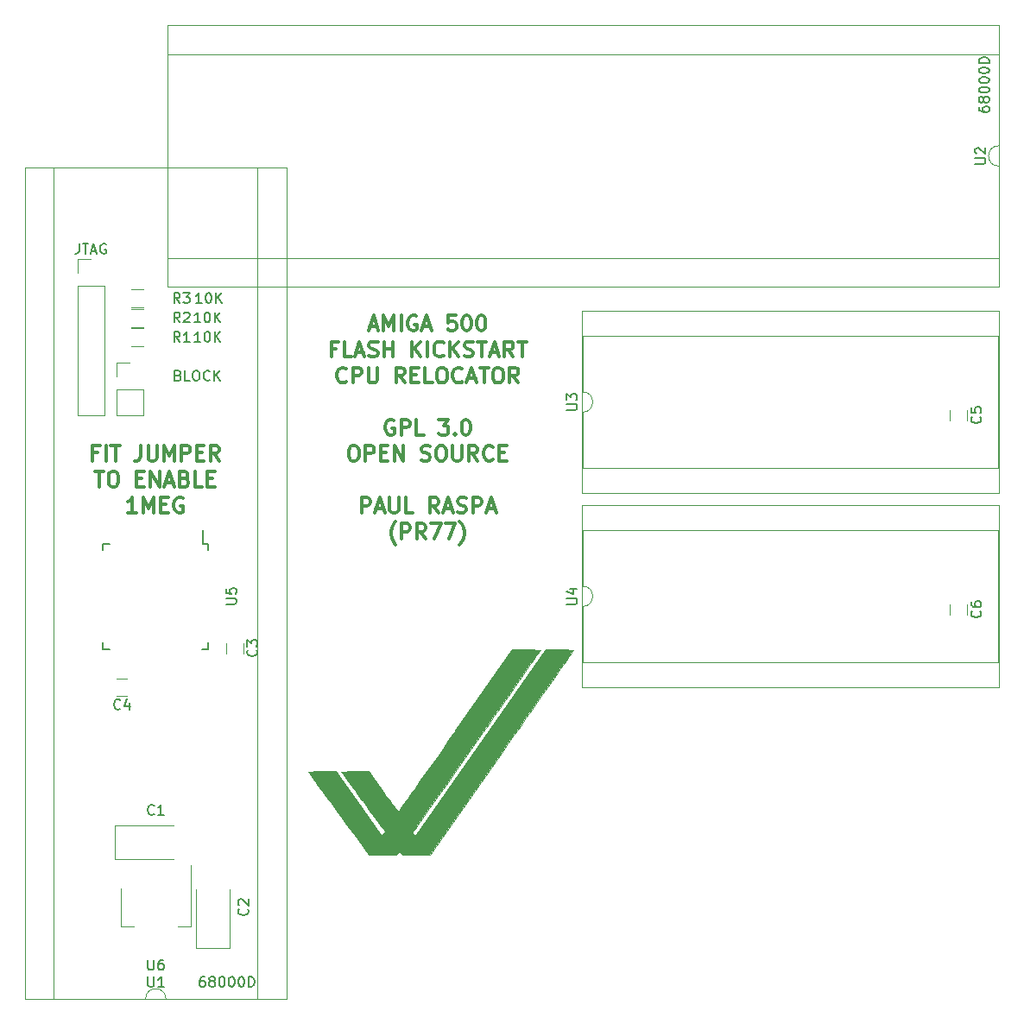
<source format=gto>
G04 #@! TF.GenerationSoftware,KiCad,Pcbnew,5.1.6+dfsg1-1*
G04 #@! TF.CreationDate,2020-12-28T17:31:15+00:00*
G04 #@! TF.ProjectId,68000 Relocator FLASH Kickstart_Manual Route_DIP_Power Plan Split,36383030-3020-4526-956c-6f6361746f72,v1.0*
G04 #@! TF.SameCoordinates,Original*
G04 #@! TF.FileFunction,Legend,Top*
G04 #@! TF.FilePolarity,Positive*
%FSLAX46Y46*%
G04 Gerber Fmt 4.6, Leading zero omitted, Abs format (unit mm)*
G04 Created by KiCad (PCBNEW 5.1.6+dfsg1-1) date 2020-12-28 17:31:15*
%MOMM*%
%LPD*%
G01*
G04 APERTURE LIST*
%ADD10C,0.300000*%
%ADD11C,0.120000*%
%ADD12C,0.150000*%
%ADD13C,0.010000*%
G04 APERTURE END LIST*
D10*
X110653428Y-100466857D02*
X110153428Y-100466857D01*
X110153428Y-101252571D02*
X110153428Y-99752571D01*
X110867714Y-99752571D01*
X111439142Y-101252571D02*
X111439142Y-99752571D01*
X111939142Y-99752571D02*
X112796285Y-99752571D01*
X112367714Y-101252571D02*
X112367714Y-99752571D01*
X114867714Y-99752571D02*
X114867714Y-100824000D01*
X114796285Y-101038285D01*
X114653428Y-101181142D01*
X114439142Y-101252571D01*
X114296285Y-101252571D01*
X115582000Y-99752571D02*
X115582000Y-100966857D01*
X115653428Y-101109714D01*
X115724857Y-101181142D01*
X115867714Y-101252571D01*
X116153428Y-101252571D01*
X116296285Y-101181142D01*
X116367714Y-101109714D01*
X116439142Y-100966857D01*
X116439142Y-99752571D01*
X117153428Y-101252571D02*
X117153428Y-99752571D01*
X117653428Y-100824000D01*
X118153428Y-99752571D01*
X118153428Y-101252571D01*
X118867714Y-101252571D02*
X118867714Y-99752571D01*
X119439142Y-99752571D01*
X119582000Y-99824000D01*
X119653428Y-99895428D01*
X119724857Y-100038285D01*
X119724857Y-100252571D01*
X119653428Y-100395428D01*
X119582000Y-100466857D01*
X119439142Y-100538285D01*
X118867714Y-100538285D01*
X120367714Y-100466857D02*
X120867714Y-100466857D01*
X121082000Y-101252571D02*
X120367714Y-101252571D01*
X120367714Y-99752571D01*
X121082000Y-99752571D01*
X122582000Y-101252571D02*
X122082000Y-100538285D01*
X121724857Y-101252571D02*
X121724857Y-99752571D01*
X122296285Y-99752571D01*
X122439142Y-99824000D01*
X122510571Y-99895428D01*
X122582000Y-100038285D01*
X122582000Y-100252571D01*
X122510571Y-100395428D01*
X122439142Y-100466857D01*
X122296285Y-100538285D01*
X121724857Y-100538285D01*
X110403428Y-102302571D02*
X111260571Y-102302571D01*
X110832000Y-103802571D02*
X110832000Y-102302571D01*
X112046285Y-102302571D02*
X112332000Y-102302571D01*
X112474857Y-102374000D01*
X112617714Y-102516857D01*
X112689142Y-102802571D01*
X112689142Y-103302571D01*
X112617714Y-103588285D01*
X112474857Y-103731142D01*
X112332000Y-103802571D01*
X112046285Y-103802571D01*
X111903428Y-103731142D01*
X111760571Y-103588285D01*
X111689142Y-103302571D01*
X111689142Y-102802571D01*
X111760571Y-102516857D01*
X111903428Y-102374000D01*
X112046285Y-102302571D01*
X114474857Y-103016857D02*
X114974857Y-103016857D01*
X115189142Y-103802571D02*
X114474857Y-103802571D01*
X114474857Y-102302571D01*
X115189142Y-102302571D01*
X115832000Y-103802571D02*
X115832000Y-102302571D01*
X116689142Y-103802571D01*
X116689142Y-102302571D01*
X117332000Y-103374000D02*
X118046285Y-103374000D01*
X117189142Y-103802571D02*
X117689142Y-102302571D01*
X118189142Y-103802571D01*
X119189142Y-103016857D02*
X119403428Y-103088285D01*
X119474857Y-103159714D01*
X119546285Y-103302571D01*
X119546285Y-103516857D01*
X119474857Y-103659714D01*
X119403428Y-103731142D01*
X119260571Y-103802571D01*
X118689142Y-103802571D01*
X118689142Y-102302571D01*
X119189142Y-102302571D01*
X119332000Y-102374000D01*
X119403428Y-102445428D01*
X119474857Y-102588285D01*
X119474857Y-102731142D01*
X119403428Y-102874000D01*
X119332000Y-102945428D01*
X119189142Y-103016857D01*
X118689142Y-103016857D01*
X120903428Y-103802571D02*
X120189142Y-103802571D01*
X120189142Y-102302571D01*
X121403428Y-103016857D02*
X121903428Y-103016857D01*
X122117714Y-103802571D02*
X121403428Y-103802571D01*
X121403428Y-102302571D01*
X122117714Y-102302571D01*
X114474857Y-106352571D02*
X113617714Y-106352571D01*
X114046285Y-106352571D02*
X114046285Y-104852571D01*
X113903428Y-105066857D01*
X113760571Y-105209714D01*
X113617714Y-105281142D01*
X115117714Y-106352571D02*
X115117714Y-104852571D01*
X115617714Y-105924000D01*
X116117714Y-104852571D01*
X116117714Y-106352571D01*
X116832000Y-105566857D02*
X117332000Y-105566857D01*
X117546285Y-106352571D02*
X116832000Y-106352571D01*
X116832000Y-104852571D01*
X117546285Y-104852571D01*
X118974857Y-104924000D02*
X118832000Y-104852571D01*
X118617714Y-104852571D01*
X118403428Y-104924000D01*
X118260571Y-105066857D01*
X118189142Y-105209714D01*
X118117714Y-105495428D01*
X118117714Y-105709714D01*
X118189142Y-105995428D01*
X118260571Y-106138285D01*
X118403428Y-106281142D01*
X118617714Y-106352571D01*
X118760571Y-106352571D01*
X118974857Y-106281142D01*
X119046285Y-106209714D01*
X119046285Y-105709714D01*
X118760571Y-105709714D01*
X137323428Y-88094000D02*
X138037714Y-88094000D01*
X137180571Y-88522571D02*
X137680571Y-87022571D01*
X138180571Y-88522571D01*
X138680571Y-88522571D02*
X138680571Y-87022571D01*
X139180571Y-88094000D01*
X139680571Y-87022571D01*
X139680571Y-88522571D01*
X140394857Y-88522571D02*
X140394857Y-87022571D01*
X141894857Y-87094000D02*
X141752000Y-87022571D01*
X141537714Y-87022571D01*
X141323428Y-87094000D01*
X141180571Y-87236857D01*
X141109142Y-87379714D01*
X141037714Y-87665428D01*
X141037714Y-87879714D01*
X141109142Y-88165428D01*
X141180571Y-88308285D01*
X141323428Y-88451142D01*
X141537714Y-88522571D01*
X141680571Y-88522571D01*
X141894857Y-88451142D01*
X141966285Y-88379714D01*
X141966285Y-87879714D01*
X141680571Y-87879714D01*
X142537714Y-88094000D02*
X143252000Y-88094000D01*
X142394857Y-88522571D02*
X142894857Y-87022571D01*
X143394857Y-88522571D01*
X145752000Y-87022571D02*
X145037714Y-87022571D01*
X144966285Y-87736857D01*
X145037714Y-87665428D01*
X145180571Y-87594000D01*
X145537714Y-87594000D01*
X145680571Y-87665428D01*
X145752000Y-87736857D01*
X145823428Y-87879714D01*
X145823428Y-88236857D01*
X145752000Y-88379714D01*
X145680571Y-88451142D01*
X145537714Y-88522571D01*
X145180571Y-88522571D01*
X145037714Y-88451142D01*
X144966285Y-88379714D01*
X146752000Y-87022571D02*
X146894857Y-87022571D01*
X147037714Y-87094000D01*
X147109142Y-87165428D01*
X147180571Y-87308285D01*
X147252000Y-87594000D01*
X147252000Y-87951142D01*
X147180571Y-88236857D01*
X147109142Y-88379714D01*
X147037714Y-88451142D01*
X146894857Y-88522571D01*
X146752000Y-88522571D01*
X146609142Y-88451142D01*
X146537714Y-88379714D01*
X146466285Y-88236857D01*
X146394857Y-87951142D01*
X146394857Y-87594000D01*
X146466285Y-87308285D01*
X146537714Y-87165428D01*
X146609142Y-87094000D01*
X146752000Y-87022571D01*
X148180571Y-87022571D02*
X148323428Y-87022571D01*
X148466285Y-87094000D01*
X148537714Y-87165428D01*
X148609142Y-87308285D01*
X148680571Y-87594000D01*
X148680571Y-87951142D01*
X148609142Y-88236857D01*
X148537714Y-88379714D01*
X148466285Y-88451142D01*
X148323428Y-88522571D01*
X148180571Y-88522571D01*
X148037714Y-88451142D01*
X147966285Y-88379714D01*
X147894857Y-88236857D01*
X147823428Y-87951142D01*
X147823428Y-87594000D01*
X147894857Y-87308285D01*
X147966285Y-87165428D01*
X148037714Y-87094000D01*
X148180571Y-87022571D01*
X134037714Y-90286857D02*
X133537714Y-90286857D01*
X133537714Y-91072571D02*
X133537714Y-89572571D01*
X134252000Y-89572571D01*
X135537714Y-91072571D02*
X134823428Y-91072571D01*
X134823428Y-89572571D01*
X135966285Y-90644000D02*
X136680571Y-90644000D01*
X135823428Y-91072571D02*
X136323428Y-89572571D01*
X136823428Y-91072571D01*
X137252000Y-91001142D02*
X137466285Y-91072571D01*
X137823428Y-91072571D01*
X137966285Y-91001142D01*
X138037714Y-90929714D01*
X138109142Y-90786857D01*
X138109142Y-90644000D01*
X138037714Y-90501142D01*
X137966285Y-90429714D01*
X137823428Y-90358285D01*
X137537714Y-90286857D01*
X137394857Y-90215428D01*
X137323428Y-90144000D01*
X137252000Y-90001142D01*
X137252000Y-89858285D01*
X137323428Y-89715428D01*
X137394857Y-89644000D01*
X137537714Y-89572571D01*
X137894857Y-89572571D01*
X138109142Y-89644000D01*
X138752000Y-91072571D02*
X138752000Y-89572571D01*
X138752000Y-90286857D02*
X139609142Y-90286857D01*
X139609142Y-91072571D02*
X139609142Y-89572571D01*
X141466285Y-91072571D02*
X141466285Y-89572571D01*
X142323428Y-91072571D02*
X141680571Y-90215428D01*
X142323428Y-89572571D02*
X141466285Y-90429714D01*
X142966285Y-91072571D02*
X142966285Y-89572571D01*
X144537714Y-90929714D02*
X144466285Y-91001142D01*
X144252000Y-91072571D01*
X144109142Y-91072571D01*
X143894857Y-91001142D01*
X143752000Y-90858285D01*
X143680571Y-90715428D01*
X143609142Y-90429714D01*
X143609142Y-90215428D01*
X143680571Y-89929714D01*
X143752000Y-89786857D01*
X143894857Y-89644000D01*
X144109142Y-89572571D01*
X144252000Y-89572571D01*
X144466285Y-89644000D01*
X144537714Y-89715428D01*
X145180571Y-91072571D02*
X145180571Y-89572571D01*
X146037714Y-91072571D02*
X145394857Y-90215428D01*
X146037714Y-89572571D02*
X145180571Y-90429714D01*
X146609142Y-91001142D02*
X146823428Y-91072571D01*
X147180571Y-91072571D01*
X147323428Y-91001142D01*
X147394857Y-90929714D01*
X147466285Y-90786857D01*
X147466285Y-90644000D01*
X147394857Y-90501142D01*
X147323428Y-90429714D01*
X147180571Y-90358285D01*
X146894857Y-90286857D01*
X146752000Y-90215428D01*
X146680571Y-90144000D01*
X146609142Y-90001142D01*
X146609142Y-89858285D01*
X146680571Y-89715428D01*
X146752000Y-89644000D01*
X146894857Y-89572571D01*
X147252000Y-89572571D01*
X147466285Y-89644000D01*
X147894857Y-89572571D02*
X148752000Y-89572571D01*
X148323428Y-91072571D02*
X148323428Y-89572571D01*
X149180571Y-90644000D02*
X149894857Y-90644000D01*
X149037714Y-91072571D02*
X149537714Y-89572571D01*
X150037714Y-91072571D01*
X151394857Y-91072571D02*
X150894857Y-90358285D01*
X150537714Y-91072571D02*
X150537714Y-89572571D01*
X151109142Y-89572571D01*
X151252000Y-89644000D01*
X151323428Y-89715428D01*
X151394857Y-89858285D01*
X151394857Y-90072571D01*
X151323428Y-90215428D01*
X151252000Y-90286857D01*
X151109142Y-90358285D01*
X150537714Y-90358285D01*
X151823428Y-89572571D02*
X152680571Y-89572571D01*
X152252000Y-91072571D02*
X152252000Y-89572571D01*
X135037714Y-93479714D02*
X134966285Y-93551142D01*
X134752000Y-93622571D01*
X134609142Y-93622571D01*
X134394857Y-93551142D01*
X134252000Y-93408285D01*
X134180571Y-93265428D01*
X134109142Y-92979714D01*
X134109142Y-92765428D01*
X134180571Y-92479714D01*
X134252000Y-92336857D01*
X134394857Y-92194000D01*
X134609142Y-92122571D01*
X134752000Y-92122571D01*
X134966285Y-92194000D01*
X135037714Y-92265428D01*
X135680571Y-93622571D02*
X135680571Y-92122571D01*
X136252000Y-92122571D01*
X136394857Y-92194000D01*
X136466285Y-92265428D01*
X136537714Y-92408285D01*
X136537714Y-92622571D01*
X136466285Y-92765428D01*
X136394857Y-92836857D01*
X136252000Y-92908285D01*
X135680571Y-92908285D01*
X137180571Y-92122571D02*
X137180571Y-93336857D01*
X137252000Y-93479714D01*
X137323428Y-93551142D01*
X137466285Y-93622571D01*
X137752000Y-93622571D01*
X137894857Y-93551142D01*
X137966285Y-93479714D01*
X138037714Y-93336857D01*
X138037714Y-92122571D01*
X140752000Y-93622571D02*
X140252000Y-92908285D01*
X139894857Y-93622571D02*
X139894857Y-92122571D01*
X140466285Y-92122571D01*
X140609142Y-92194000D01*
X140680571Y-92265428D01*
X140752000Y-92408285D01*
X140752000Y-92622571D01*
X140680571Y-92765428D01*
X140609142Y-92836857D01*
X140466285Y-92908285D01*
X139894857Y-92908285D01*
X141394857Y-92836857D02*
X141894857Y-92836857D01*
X142109142Y-93622571D02*
X141394857Y-93622571D01*
X141394857Y-92122571D01*
X142109142Y-92122571D01*
X143466285Y-93622571D02*
X142752000Y-93622571D01*
X142752000Y-92122571D01*
X144252000Y-92122571D02*
X144537714Y-92122571D01*
X144680571Y-92194000D01*
X144823428Y-92336857D01*
X144894857Y-92622571D01*
X144894857Y-93122571D01*
X144823428Y-93408285D01*
X144680571Y-93551142D01*
X144537714Y-93622571D01*
X144252000Y-93622571D01*
X144109142Y-93551142D01*
X143966285Y-93408285D01*
X143894857Y-93122571D01*
X143894857Y-92622571D01*
X143966285Y-92336857D01*
X144109142Y-92194000D01*
X144252000Y-92122571D01*
X146394857Y-93479714D02*
X146323428Y-93551142D01*
X146109142Y-93622571D01*
X145966285Y-93622571D01*
X145752000Y-93551142D01*
X145609142Y-93408285D01*
X145537714Y-93265428D01*
X145466285Y-92979714D01*
X145466285Y-92765428D01*
X145537714Y-92479714D01*
X145609142Y-92336857D01*
X145752000Y-92194000D01*
X145966285Y-92122571D01*
X146109142Y-92122571D01*
X146323428Y-92194000D01*
X146394857Y-92265428D01*
X146966285Y-93194000D02*
X147680571Y-93194000D01*
X146823428Y-93622571D02*
X147323428Y-92122571D01*
X147823428Y-93622571D01*
X148109142Y-92122571D02*
X148966285Y-92122571D01*
X148537714Y-93622571D02*
X148537714Y-92122571D01*
X149752000Y-92122571D02*
X150037714Y-92122571D01*
X150180571Y-92194000D01*
X150323428Y-92336857D01*
X150394857Y-92622571D01*
X150394857Y-93122571D01*
X150323428Y-93408285D01*
X150180571Y-93551142D01*
X150037714Y-93622571D01*
X149752000Y-93622571D01*
X149609142Y-93551142D01*
X149466285Y-93408285D01*
X149394857Y-93122571D01*
X149394857Y-92622571D01*
X149466285Y-92336857D01*
X149609142Y-92194000D01*
X149752000Y-92122571D01*
X151894857Y-93622571D02*
X151394857Y-92908285D01*
X151037714Y-93622571D02*
X151037714Y-92122571D01*
X151609142Y-92122571D01*
X151752000Y-92194000D01*
X151823428Y-92265428D01*
X151894857Y-92408285D01*
X151894857Y-92622571D01*
X151823428Y-92765428D01*
X151752000Y-92836857D01*
X151609142Y-92908285D01*
X151037714Y-92908285D01*
X139680571Y-97294000D02*
X139537714Y-97222571D01*
X139323428Y-97222571D01*
X139109142Y-97294000D01*
X138966285Y-97436857D01*
X138894857Y-97579714D01*
X138823428Y-97865428D01*
X138823428Y-98079714D01*
X138894857Y-98365428D01*
X138966285Y-98508285D01*
X139109142Y-98651142D01*
X139323428Y-98722571D01*
X139466285Y-98722571D01*
X139680571Y-98651142D01*
X139752000Y-98579714D01*
X139752000Y-98079714D01*
X139466285Y-98079714D01*
X140394857Y-98722571D02*
X140394857Y-97222571D01*
X140966285Y-97222571D01*
X141109142Y-97294000D01*
X141180571Y-97365428D01*
X141252000Y-97508285D01*
X141252000Y-97722571D01*
X141180571Y-97865428D01*
X141109142Y-97936857D01*
X140966285Y-98008285D01*
X140394857Y-98008285D01*
X142609142Y-98722571D02*
X141894857Y-98722571D01*
X141894857Y-97222571D01*
X144109142Y-97222571D02*
X145037714Y-97222571D01*
X144537714Y-97794000D01*
X144752000Y-97794000D01*
X144894857Y-97865428D01*
X144966285Y-97936857D01*
X145037714Y-98079714D01*
X145037714Y-98436857D01*
X144966285Y-98579714D01*
X144894857Y-98651142D01*
X144752000Y-98722571D01*
X144323428Y-98722571D01*
X144180571Y-98651142D01*
X144109142Y-98579714D01*
X145680571Y-98579714D02*
X145752000Y-98651142D01*
X145680571Y-98722571D01*
X145609142Y-98651142D01*
X145680571Y-98579714D01*
X145680571Y-98722571D01*
X146680571Y-97222571D02*
X146823428Y-97222571D01*
X146966285Y-97294000D01*
X147037714Y-97365428D01*
X147109142Y-97508285D01*
X147180571Y-97794000D01*
X147180571Y-98151142D01*
X147109142Y-98436857D01*
X147037714Y-98579714D01*
X146966285Y-98651142D01*
X146823428Y-98722571D01*
X146680571Y-98722571D01*
X146537714Y-98651142D01*
X146466285Y-98579714D01*
X146394857Y-98436857D01*
X146323428Y-98151142D01*
X146323428Y-97794000D01*
X146394857Y-97508285D01*
X146466285Y-97365428D01*
X146537714Y-97294000D01*
X146680571Y-97222571D01*
X135609142Y-99772571D02*
X135894857Y-99772571D01*
X136037714Y-99844000D01*
X136180571Y-99986857D01*
X136252000Y-100272571D01*
X136252000Y-100772571D01*
X136180571Y-101058285D01*
X136037714Y-101201142D01*
X135894857Y-101272571D01*
X135609142Y-101272571D01*
X135466285Y-101201142D01*
X135323428Y-101058285D01*
X135252000Y-100772571D01*
X135252000Y-100272571D01*
X135323428Y-99986857D01*
X135466285Y-99844000D01*
X135609142Y-99772571D01*
X136894857Y-101272571D02*
X136894857Y-99772571D01*
X137466285Y-99772571D01*
X137609142Y-99844000D01*
X137680571Y-99915428D01*
X137752000Y-100058285D01*
X137752000Y-100272571D01*
X137680571Y-100415428D01*
X137609142Y-100486857D01*
X137466285Y-100558285D01*
X136894857Y-100558285D01*
X138394857Y-100486857D02*
X138894857Y-100486857D01*
X139109142Y-101272571D02*
X138394857Y-101272571D01*
X138394857Y-99772571D01*
X139109142Y-99772571D01*
X139752000Y-101272571D02*
X139752000Y-99772571D01*
X140609142Y-101272571D01*
X140609142Y-99772571D01*
X142394857Y-101201142D02*
X142609142Y-101272571D01*
X142966285Y-101272571D01*
X143109142Y-101201142D01*
X143180571Y-101129714D01*
X143252000Y-100986857D01*
X143252000Y-100844000D01*
X143180571Y-100701142D01*
X143109142Y-100629714D01*
X142966285Y-100558285D01*
X142680571Y-100486857D01*
X142537714Y-100415428D01*
X142466285Y-100344000D01*
X142394857Y-100201142D01*
X142394857Y-100058285D01*
X142466285Y-99915428D01*
X142537714Y-99844000D01*
X142680571Y-99772571D01*
X143037714Y-99772571D01*
X143252000Y-99844000D01*
X144180571Y-99772571D02*
X144466285Y-99772571D01*
X144609142Y-99844000D01*
X144752000Y-99986857D01*
X144823428Y-100272571D01*
X144823428Y-100772571D01*
X144752000Y-101058285D01*
X144609142Y-101201142D01*
X144466285Y-101272571D01*
X144180571Y-101272571D01*
X144037714Y-101201142D01*
X143894857Y-101058285D01*
X143823428Y-100772571D01*
X143823428Y-100272571D01*
X143894857Y-99986857D01*
X144037714Y-99844000D01*
X144180571Y-99772571D01*
X145466285Y-99772571D02*
X145466285Y-100986857D01*
X145537714Y-101129714D01*
X145609142Y-101201142D01*
X145752000Y-101272571D01*
X146037714Y-101272571D01*
X146180571Y-101201142D01*
X146252000Y-101129714D01*
X146323428Y-100986857D01*
X146323428Y-99772571D01*
X147894857Y-101272571D02*
X147394857Y-100558285D01*
X147037714Y-101272571D02*
X147037714Y-99772571D01*
X147609142Y-99772571D01*
X147752000Y-99844000D01*
X147823428Y-99915428D01*
X147894857Y-100058285D01*
X147894857Y-100272571D01*
X147823428Y-100415428D01*
X147752000Y-100486857D01*
X147609142Y-100558285D01*
X147037714Y-100558285D01*
X149394857Y-101129714D02*
X149323428Y-101201142D01*
X149109142Y-101272571D01*
X148966285Y-101272571D01*
X148752000Y-101201142D01*
X148609142Y-101058285D01*
X148537714Y-100915428D01*
X148466285Y-100629714D01*
X148466285Y-100415428D01*
X148537714Y-100129714D01*
X148609142Y-99986857D01*
X148752000Y-99844000D01*
X148966285Y-99772571D01*
X149109142Y-99772571D01*
X149323428Y-99844000D01*
X149394857Y-99915428D01*
X150037714Y-100486857D02*
X150537714Y-100486857D01*
X150752000Y-101272571D02*
X150037714Y-101272571D01*
X150037714Y-99772571D01*
X150752000Y-99772571D01*
X136502000Y-106372571D02*
X136502000Y-104872571D01*
X137073428Y-104872571D01*
X137216285Y-104944000D01*
X137287714Y-105015428D01*
X137359142Y-105158285D01*
X137359142Y-105372571D01*
X137287714Y-105515428D01*
X137216285Y-105586857D01*
X137073428Y-105658285D01*
X136502000Y-105658285D01*
X137930571Y-105944000D02*
X138644857Y-105944000D01*
X137787714Y-106372571D02*
X138287714Y-104872571D01*
X138787714Y-106372571D01*
X139287714Y-104872571D02*
X139287714Y-106086857D01*
X139359142Y-106229714D01*
X139430571Y-106301142D01*
X139573428Y-106372571D01*
X139859142Y-106372571D01*
X140002000Y-106301142D01*
X140073428Y-106229714D01*
X140144857Y-106086857D01*
X140144857Y-104872571D01*
X141573428Y-106372571D02*
X140859142Y-106372571D01*
X140859142Y-104872571D01*
X144073428Y-106372571D02*
X143573428Y-105658285D01*
X143216285Y-106372571D02*
X143216285Y-104872571D01*
X143787714Y-104872571D01*
X143930571Y-104944000D01*
X144002000Y-105015428D01*
X144073428Y-105158285D01*
X144073428Y-105372571D01*
X144002000Y-105515428D01*
X143930571Y-105586857D01*
X143787714Y-105658285D01*
X143216285Y-105658285D01*
X144644857Y-105944000D02*
X145359142Y-105944000D01*
X144502000Y-106372571D02*
X145002000Y-104872571D01*
X145502000Y-106372571D01*
X145930571Y-106301142D02*
X146144857Y-106372571D01*
X146502000Y-106372571D01*
X146644857Y-106301142D01*
X146716285Y-106229714D01*
X146787714Y-106086857D01*
X146787714Y-105944000D01*
X146716285Y-105801142D01*
X146644857Y-105729714D01*
X146502000Y-105658285D01*
X146216285Y-105586857D01*
X146073428Y-105515428D01*
X146002000Y-105444000D01*
X145930571Y-105301142D01*
X145930571Y-105158285D01*
X146002000Y-105015428D01*
X146073428Y-104944000D01*
X146216285Y-104872571D01*
X146573428Y-104872571D01*
X146787714Y-104944000D01*
X147430571Y-106372571D02*
X147430571Y-104872571D01*
X148002000Y-104872571D01*
X148144857Y-104944000D01*
X148216285Y-105015428D01*
X148287714Y-105158285D01*
X148287714Y-105372571D01*
X148216285Y-105515428D01*
X148144857Y-105586857D01*
X148002000Y-105658285D01*
X147430571Y-105658285D01*
X148859142Y-105944000D02*
X149573428Y-105944000D01*
X148716285Y-106372571D02*
X149216285Y-104872571D01*
X149716285Y-106372571D01*
X139859142Y-109494000D02*
X139787714Y-109422571D01*
X139644857Y-109208285D01*
X139573428Y-109065428D01*
X139502000Y-108851142D01*
X139430571Y-108494000D01*
X139430571Y-108208285D01*
X139502000Y-107851142D01*
X139573428Y-107636857D01*
X139644857Y-107494000D01*
X139787714Y-107279714D01*
X139859142Y-107208285D01*
X140430571Y-108922571D02*
X140430571Y-107422571D01*
X141002000Y-107422571D01*
X141144857Y-107494000D01*
X141216285Y-107565428D01*
X141287714Y-107708285D01*
X141287714Y-107922571D01*
X141216285Y-108065428D01*
X141144857Y-108136857D01*
X141002000Y-108208285D01*
X140430571Y-108208285D01*
X142787714Y-108922571D02*
X142287714Y-108208285D01*
X141930571Y-108922571D02*
X141930571Y-107422571D01*
X142502000Y-107422571D01*
X142644857Y-107494000D01*
X142716285Y-107565428D01*
X142787714Y-107708285D01*
X142787714Y-107922571D01*
X142716285Y-108065428D01*
X142644857Y-108136857D01*
X142502000Y-108208285D01*
X141930571Y-108208285D01*
X143287714Y-107422571D02*
X144287714Y-107422571D01*
X143644857Y-108922571D01*
X144716285Y-107422571D02*
X145716285Y-107422571D01*
X145073428Y-108922571D01*
X146144857Y-109494000D02*
X146216285Y-109422571D01*
X146359142Y-109208285D01*
X146430571Y-109065428D01*
X146502000Y-108851142D01*
X146573428Y-108494000D01*
X146573428Y-108208285D01*
X146502000Y-107851142D01*
X146430571Y-107636857D01*
X146359142Y-107494000D01*
X146216285Y-107279714D01*
X146144857Y-107208285D01*
D11*
X158182000Y-96504000D02*
X158182000Y-101964000D01*
X158182000Y-101964000D02*
X198942000Y-101964000D01*
X198942000Y-101964000D02*
X198942000Y-89044000D01*
X198942000Y-89044000D02*
X158182000Y-89044000D01*
X158182000Y-89044000D02*
X158182000Y-94504000D01*
X158122000Y-104454000D02*
X199002000Y-104454000D01*
X199002000Y-104454000D02*
X199002000Y-86554000D01*
X199002000Y-86554000D02*
X158122000Y-86554000D01*
X158122000Y-86554000D02*
X158122000Y-104454000D01*
X158182000Y-94504000D02*
G75*
G02*
X158182000Y-96504000I0J-1000000D01*
G01*
X117332000Y-154044000D02*
X126322000Y-154044000D01*
X126322000Y-154044000D02*
X126322000Y-72524000D01*
X126322000Y-72524000D02*
X106342000Y-72524000D01*
X106342000Y-72524000D02*
X106342000Y-154044000D01*
X106342000Y-154044000D02*
X115332000Y-154044000D01*
X129152000Y-154044000D02*
X129152000Y-72524000D01*
X129152000Y-72524000D02*
X103512000Y-72524000D01*
X103512000Y-72524000D02*
X103512000Y-154044000D01*
X103512000Y-154044000D02*
X129152000Y-154044000D01*
X115332000Y-154044000D02*
G75*
G02*
X117332000Y-154044000I1000000J0D01*
G01*
X199002000Y-70374000D02*
X199002000Y-61384000D01*
X199002000Y-61384000D02*
X117482000Y-61384000D01*
X117482000Y-61384000D02*
X117482000Y-81364000D01*
X117482000Y-81364000D02*
X199002000Y-81364000D01*
X199002000Y-81364000D02*
X199002000Y-72374000D01*
X199002000Y-58554000D02*
X117482000Y-58554000D01*
X117482000Y-58554000D02*
X117482000Y-84194000D01*
X117482000Y-84194000D02*
X199002000Y-84194000D01*
X199002000Y-84194000D02*
X199002000Y-58554000D01*
X199002000Y-72374000D02*
G75*
G02*
X199002000Y-70374000I0J1000000D01*
G01*
X158182000Y-115554000D02*
X158182000Y-121014000D01*
X158182000Y-121014000D02*
X198942000Y-121014000D01*
X198942000Y-121014000D02*
X198942000Y-108094000D01*
X198942000Y-108094000D02*
X158182000Y-108094000D01*
X158182000Y-108094000D02*
X158182000Y-113554000D01*
X158122000Y-123504000D02*
X199002000Y-123504000D01*
X199002000Y-123504000D02*
X199002000Y-105604000D01*
X199002000Y-105604000D02*
X158122000Y-105604000D01*
X158122000Y-105604000D02*
X158122000Y-123504000D01*
X158182000Y-113554000D02*
G75*
G02*
X158182000Y-115554000I0J-1000000D01*
G01*
X108652000Y-96834000D02*
X111312000Y-96834000D01*
X108652000Y-84074000D02*
X108652000Y-96834000D01*
X111312000Y-84074000D02*
X111312000Y-96834000D01*
X108652000Y-84074000D02*
X111312000Y-84074000D01*
X108652000Y-82804000D02*
X108652000Y-81474000D01*
X108652000Y-81474000D02*
X109982000Y-81474000D01*
X112291000Y-137034000D02*
X118091000Y-137034000D01*
X112291000Y-140334000D02*
X118091000Y-140334000D01*
X112291000Y-137034000D02*
X112291000Y-140334000D01*
X120270000Y-149084000D02*
X120270000Y-143284000D01*
X123570000Y-149084000D02*
X123570000Y-143284000D01*
X120270000Y-149084000D02*
X123570000Y-149084000D01*
X124929000Y-120134000D02*
X124929000Y-119134000D01*
X123229000Y-119134000D02*
X123229000Y-120134000D01*
X112530000Y-124294000D02*
X113530000Y-124294000D01*
X113530000Y-122594000D02*
X112530000Y-122594000D01*
X195922000Y-97274000D02*
X195922000Y-96274000D01*
X194222000Y-96274000D02*
X194222000Y-97274000D01*
X195922000Y-116324000D02*
X195922000Y-115324000D01*
X194222000Y-115324000D02*
X194222000Y-116324000D01*
X112462000Y-96834000D02*
X115122000Y-96834000D01*
X112462000Y-94234000D02*
X112462000Y-96834000D01*
X115122000Y-94234000D02*
X115122000Y-96834000D01*
X112462000Y-94234000D02*
X115122000Y-94234000D01*
X112462000Y-92964000D02*
X112462000Y-91634000D01*
X112462000Y-91634000D02*
X113792000Y-91634000D01*
X115154000Y-90034000D02*
X113954000Y-90034000D01*
X113954000Y-88274000D02*
X115154000Y-88274000D01*
X115154000Y-86224000D02*
X113954000Y-86224000D01*
X113954000Y-84464000D02*
X115154000Y-84464000D01*
X115154000Y-88129000D02*
X113954000Y-88129000D01*
X113954000Y-86369000D02*
X115154000Y-86369000D01*
D12*
X121507000Y-109379000D02*
X120932000Y-109379000D01*
X121507000Y-119729000D02*
X120832000Y-119729000D01*
X111157000Y-119729000D02*
X111832000Y-119729000D01*
X111157000Y-109379000D02*
X111832000Y-109379000D01*
X121507000Y-109379000D02*
X121507000Y-110054000D01*
X111157000Y-109379000D02*
X111157000Y-110054000D01*
X111157000Y-119729000D02*
X111157000Y-119054000D01*
X121507000Y-119729000D02*
X121507000Y-119054000D01*
X120932000Y-109379000D02*
X120932000Y-108104000D01*
D11*
X112922000Y-146944000D02*
X114182000Y-146944000D01*
X119742000Y-146944000D02*
X118482000Y-146944000D01*
X112922000Y-143184000D02*
X112922000Y-146944000D01*
X119742000Y-140934000D02*
X119742000Y-146944000D01*
D13*
G36*
X153025845Y-119787833D02*
G01*
X153349830Y-119791873D01*
X153624943Y-119798134D01*
X153838040Y-119806228D01*
X153975972Y-119815766D01*
X154025594Y-119826362D01*
X154025600Y-119826480D01*
X153996814Y-119871282D01*
X153912241Y-119995352D01*
X153774559Y-120194864D01*
X153586444Y-120465992D01*
X153350573Y-120804910D01*
X153069624Y-121207793D01*
X152746273Y-121670813D01*
X152383198Y-122190146D01*
X151983076Y-122761966D01*
X151548583Y-123382446D01*
X151082397Y-124047762D01*
X150587195Y-124754086D01*
X150065654Y-125497594D01*
X149520452Y-126274459D01*
X148954264Y-127080855D01*
X148369768Y-127912957D01*
X147778329Y-128754580D01*
X147178360Y-129608397D01*
X146594069Y-130440371D01*
X146028134Y-131246672D01*
X145483232Y-132023466D01*
X144962041Y-132766923D01*
X144467237Y-133473212D01*
X144001499Y-134138500D01*
X143567504Y-134758957D01*
X143167930Y-135330752D01*
X142805453Y-135850051D01*
X142482752Y-136313025D01*
X142202503Y-136715842D01*
X141967385Y-137054670D01*
X141780075Y-137325678D01*
X141643250Y-137525035D01*
X141559587Y-137648908D01*
X141531756Y-137693400D01*
X141562371Y-137763765D01*
X141636047Y-137867247D01*
X141644926Y-137877963D01*
X141757400Y-138011727D01*
X154558050Y-119786399D01*
X155922860Y-119786399D01*
X156336774Y-119787091D01*
X156659361Y-119789532D01*
X156900888Y-119794271D01*
X157071621Y-119801855D01*
X157181825Y-119812834D01*
X157241768Y-119827755D01*
X157261716Y-119847167D01*
X157260258Y-119857834D01*
X157228946Y-119905333D01*
X157141729Y-120032318D01*
X157001145Y-120235165D01*
X156809730Y-120510252D01*
X156570023Y-120853955D01*
X156284562Y-121262652D01*
X155955883Y-121732720D01*
X155586524Y-122260537D01*
X155179024Y-122842478D01*
X154735919Y-123474922D01*
X154259748Y-124154245D01*
X153753047Y-124876825D01*
X153218355Y-125639038D01*
X152658210Y-126437262D01*
X152075148Y-127267874D01*
X151471707Y-128127251D01*
X150850425Y-129011770D01*
X150214946Y-129916234D01*
X143197047Y-139903200D01*
X140474058Y-139903200D01*
X140335573Y-139721636D01*
X140197088Y-139540073D01*
X140073712Y-139721636D01*
X139950337Y-139903200D01*
X137219611Y-139903200D01*
X136410004Y-138798300D01*
X135735696Y-137877862D01*
X135102787Y-137013558D01*
X134512735Y-136207387D01*
X133966998Y-135461347D01*
X133467033Y-134777438D01*
X133014299Y-134157657D01*
X132610254Y-133604004D01*
X132256354Y-133118477D01*
X131954059Y-132703075D01*
X131704825Y-132359796D01*
X131510112Y-132090640D01*
X131371376Y-131897604D01*
X131290076Y-131782687D01*
X131267200Y-131747788D01*
X131315807Y-131741611D01*
X131452865Y-131736072D01*
X131665222Y-131731395D01*
X131939730Y-131727801D01*
X132263237Y-131725514D01*
X132622596Y-131724756D01*
X132626100Y-131724757D01*
X133985000Y-131725115D01*
X136241574Y-134874755D01*
X138498149Y-138024396D01*
X138639226Y-137811296D01*
X138780304Y-137598197D01*
X138611843Y-137366398D01*
X138552894Y-137285575D01*
X138439485Y-137130359D01*
X138277167Y-136908342D01*
X138071492Y-136627111D01*
X137828012Y-136294257D01*
X137552279Y-135917370D01*
X137249846Y-135504040D01*
X136926264Y-135061855D01*
X136587084Y-134598407D01*
X136480891Y-134453316D01*
X136143580Y-133992106D01*
X135824599Y-133555269D01*
X135528922Y-133149664D01*
X135261526Y-132782151D01*
X135027388Y-132459589D01*
X134831484Y-132188838D01*
X134678790Y-131976756D01*
X134574283Y-131830204D01*
X134522939Y-131756041D01*
X134518399Y-131748216D01*
X134567007Y-131741921D01*
X134704065Y-131736266D01*
X134916422Y-131731479D01*
X135190930Y-131727789D01*
X135514437Y-131725425D01*
X135873796Y-131724614D01*
X135877300Y-131724614D01*
X137236200Y-131724829D01*
X138654653Y-133705814D01*
X138938831Y-134101828D01*
X139205269Y-134471450D01*
X139448110Y-134806676D01*
X139661500Y-135099503D01*
X139839584Y-135341927D01*
X139976506Y-135525942D01*
X140066412Y-135643546D01*
X140103447Y-135686733D01*
X140103746Y-135686800D01*
X140135601Y-135645888D01*
X140222974Y-135525839D01*
X140363022Y-135330678D01*
X140552900Y-135064432D01*
X140789763Y-134731126D01*
X141070768Y-134334786D01*
X141393069Y-133879439D01*
X141753822Y-133369111D01*
X142150184Y-132807828D01*
X142579308Y-132199616D01*
X143038352Y-131548501D01*
X143524470Y-130858509D01*
X144034818Y-130133667D01*
X144566551Y-129378001D01*
X145116825Y-128595537D01*
X145682797Y-127790300D01*
X145720530Y-127736599D01*
X151306674Y-119786399D01*
X152666137Y-119786399D01*
X153025845Y-119787833D01*
G37*
X153025845Y-119787833D02*
X153349830Y-119791873D01*
X153624943Y-119798134D01*
X153838040Y-119806228D01*
X153975972Y-119815766D01*
X154025594Y-119826362D01*
X154025600Y-119826480D01*
X153996814Y-119871282D01*
X153912241Y-119995352D01*
X153774559Y-120194864D01*
X153586444Y-120465992D01*
X153350573Y-120804910D01*
X153069624Y-121207793D01*
X152746273Y-121670813D01*
X152383198Y-122190146D01*
X151983076Y-122761966D01*
X151548583Y-123382446D01*
X151082397Y-124047762D01*
X150587195Y-124754086D01*
X150065654Y-125497594D01*
X149520452Y-126274459D01*
X148954264Y-127080855D01*
X148369768Y-127912957D01*
X147778329Y-128754580D01*
X147178360Y-129608397D01*
X146594069Y-130440371D01*
X146028134Y-131246672D01*
X145483232Y-132023466D01*
X144962041Y-132766923D01*
X144467237Y-133473212D01*
X144001499Y-134138500D01*
X143567504Y-134758957D01*
X143167930Y-135330752D01*
X142805453Y-135850051D01*
X142482752Y-136313025D01*
X142202503Y-136715842D01*
X141967385Y-137054670D01*
X141780075Y-137325678D01*
X141643250Y-137525035D01*
X141559587Y-137648908D01*
X141531756Y-137693400D01*
X141562371Y-137763765D01*
X141636047Y-137867247D01*
X141644926Y-137877963D01*
X141757400Y-138011727D01*
X154558050Y-119786399D01*
X155922860Y-119786399D01*
X156336774Y-119787091D01*
X156659361Y-119789532D01*
X156900888Y-119794271D01*
X157071621Y-119801855D01*
X157181825Y-119812834D01*
X157241768Y-119827755D01*
X157261716Y-119847167D01*
X157260258Y-119857834D01*
X157228946Y-119905333D01*
X157141729Y-120032318D01*
X157001145Y-120235165D01*
X156809730Y-120510252D01*
X156570023Y-120853955D01*
X156284562Y-121262652D01*
X155955883Y-121732720D01*
X155586524Y-122260537D01*
X155179024Y-122842478D01*
X154735919Y-123474922D01*
X154259748Y-124154245D01*
X153753047Y-124876825D01*
X153218355Y-125639038D01*
X152658210Y-126437262D01*
X152075148Y-127267874D01*
X151471707Y-128127251D01*
X150850425Y-129011770D01*
X150214946Y-129916234D01*
X143197047Y-139903200D01*
X140474058Y-139903200D01*
X140335573Y-139721636D01*
X140197088Y-139540073D01*
X140073712Y-139721636D01*
X139950337Y-139903200D01*
X137219611Y-139903200D01*
X136410004Y-138798300D01*
X135735696Y-137877862D01*
X135102787Y-137013558D01*
X134512735Y-136207387D01*
X133966998Y-135461347D01*
X133467033Y-134777438D01*
X133014299Y-134157657D01*
X132610254Y-133604004D01*
X132256354Y-133118477D01*
X131954059Y-132703075D01*
X131704825Y-132359796D01*
X131510112Y-132090640D01*
X131371376Y-131897604D01*
X131290076Y-131782687D01*
X131267200Y-131747788D01*
X131315807Y-131741611D01*
X131452865Y-131736072D01*
X131665222Y-131731395D01*
X131939730Y-131727801D01*
X132263237Y-131725514D01*
X132622596Y-131724756D01*
X132626100Y-131724757D01*
X133985000Y-131725115D01*
X136241574Y-134874755D01*
X138498149Y-138024396D01*
X138639226Y-137811296D01*
X138780304Y-137598197D01*
X138611843Y-137366398D01*
X138552894Y-137285575D01*
X138439485Y-137130359D01*
X138277167Y-136908342D01*
X138071492Y-136627111D01*
X137828012Y-136294257D01*
X137552279Y-135917370D01*
X137249846Y-135504040D01*
X136926264Y-135061855D01*
X136587084Y-134598407D01*
X136480891Y-134453316D01*
X136143580Y-133992106D01*
X135824599Y-133555269D01*
X135528922Y-133149664D01*
X135261526Y-132782151D01*
X135027388Y-132459589D01*
X134831484Y-132188838D01*
X134678790Y-131976756D01*
X134574283Y-131830204D01*
X134522939Y-131756041D01*
X134518399Y-131748216D01*
X134567007Y-131741921D01*
X134704065Y-131736266D01*
X134916422Y-131731479D01*
X135190930Y-131727789D01*
X135514437Y-131725425D01*
X135873796Y-131724614D01*
X135877300Y-131724614D01*
X137236200Y-131724829D01*
X138654653Y-133705814D01*
X138938831Y-134101828D01*
X139205269Y-134471450D01*
X139448110Y-134806676D01*
X139661500Y-135099503D01*
X139839584Y-135341927D01*
X139976506Y-135525942D01*
X140066412Y-135643546D01*
X140103447Y-135686733D01*
X140103746Y-135686800D01*
X140135601Y-135645888D01*
X140222974Y-135525839D01*
X140363022Y-135330678D01*
X140552900Y-135064432D01*
X140789763Y-134731126D01*
X141070768Y-134334786D01*
X141393069Y-133879439D01*
X141753822Y-133369111D01*
X142150184Y-132807828D01*
X142579308Y-132199616D01*
X143038352Y-131548501D01*
X143524470Y-130858509D01*
X144034818Y-130133667D01*
X144566551Y-129378001D01*
X145116825Y-128595537D01*
X145682797Y-127790300D01*
X145720530Y-127736599D01*
X151306674Y-119786399D01*
X152666137Y-119786399D01*
X153025845Y-119787833D01*
D12*
X156634380Y-96265904D02*
X157443904Y-96265904D01*
X157539142Y-96218285D01*
X157586761Y-96170666D01*
X157634380Y-96075428D01*
X157634380Y-95884952D01*
X157586761Y-95789714D01*
X157539142Y-95742095D01*
X157443904Y-95694476D01*
X156634380Y-95694476D01*
X156634380Y-95313523D02*
X156634380Y-94694476D01*
X157015333Y-95027809D01*
X157015333Y-94884952D01*
X157062952Y-94789714D01*
X157110571Y-94742095D01*
X157205809Y-94694476D01*
X157443904Y-94694476D01*
X157539142Y-94742095D01*
X157586761Y-94789714D01*
X157634380Y-94884952D01*
X157634380Y-95170666D01*
X157586761Y-95265904D01*
X157539142Y-95313523D01*
X115570095Y-151852380D02*
X115570095Y-152661904D01*
X115617714Y-152757142D01*
X115665333Y-152804761D01*
X115760571Y-152852380D01*
X115951047Y-152852380D01*
X116046285Y-152804761D01*
X116093904Y-152757142D01*
X116141523Y-152661904D01*
X116141523Y-151852380D01*
X117141523Y-152852380D02*
X116570095Y-152852380D01*
X116855809Y-152852380D02*
X116855809Y-151852380D01*
X116760571Y-151995238D01*
X116665333Y-152090476D01*
X116570095Y-152138095D01*
X121102714Y-151852380D02*
X120912238Y-151852380D01*
X120817000Y-151900000D01*
X120769380Y-151947619D01*
X120674142Y-152090476D01*
X120626523Y-152280952D01*
X120626523Y-152661904D01*
X120674142Y-152757142D01*
X120721761Y-152804761D01*
X120817000Y-152852380D01*
X121007476Y-152852380D01*
X121102714Y-152804761D01*
X121150333Y-152757142D01*
X121197952Y-152661904D01*
X121197952Y-152423809D01*
X121150333Y-152328571D01*
X121102714Y-152280952D01*
X121007476Y-152233333D01*
X120817000Y-152233333D01*
X120721761Y-152280952D01*
X120674142Y-152328571D01*
X120626523Y-152423809D01*
X121769380Y-152280952D02*
X121674142Y-152233333D01*
X121626523Y-152185714D01*
X121578904Y-152090476D01*
X121578904Y-152042857D01*
X121626523Y-151947619D01*
X121674142Y-151900000D01*
X121769380Y-151852380D01*
X121959857Y-151852380D01*
X122055095Y-151900000D01*
X122102714Y-151947619D01*
X122150333Y-152042857D01*
X122150333Y-152090476D01*
X122102714Y-152185714D01*
X122055095Y-152233333D01*
X121959857Y-152280952D01*
X121769380Y-152280952D01*
X121674142Y-152328571D01*
X121626523Y-152376190D01*
X121578904Y-152471428D01*
X121578904Y-152661904D01*
X121626523Y-152757142D01*
X121674142Y-152804761D01*
X121769380Y-152852380D01*
X121959857Y-152852380D01*
X122055095Y-152804761D01*
X122102714Y-152757142D01*
X122150333Y-152661904D01*
X122150333Y-152471428D01*
X122102714Y-152376190D01*
X122055095Y-152328571D01*
X121959857Y-152280952D01*
X122769380Y-151852380D02*
X122864619Y-151852380D01*
X122959857Y-151900000D01*
X123007476Y-151947619D01*
X123055095Y-152042857D01*
X123102714Y-152233333D01*
X123102714Y-152471428D01*
X123055095Y-152661904D01*
X123007476Y-152757142D01*
X122959857Y-152804761D01*
X122864619Y-152852380D01*
X122769380Y-152852380D01*
X122674142Y-152804761D01*
X122626523Y-152757142D01*
X122578904Y-152661904D01*
X122531285Y-152471428D01*
X122531285Y-152233333D01*
X122578904Y-152042857D01*
X122626523Y-151947619D01*
X122674142Y-151900000D01*
X122769380Y-151852380D01*
X123721761Y-151852380D02*
X123817000Y-151852380D01*
X123912238Y-151900000D01*
X123959857Y-151947619D01*
X124007476Y-152042857D01*
X124055095Y-152233333D01*
X124055095Y-152471428D01*
X124007476Y-152661904D01*
X123959857Y-152757142D01*
X123912238Y-152804761D01*
X123817000Y-152852380D01*
X123721761Y-152852380D01*
X123626523Y-152804761D01*
X123578904Y-152757142D01*
X123531285Y-152661904D01*
X123483666Y-152471428D01*
X123483666Y-152233333D01*
X123531285Y-152042857D01*
X123578904Y-151947619D01*
X123626523Y-151900000D01*
X123721761Y-151852380D01*
X124674142Y-151852380D02*
X124769380Y-151852380D01*
X124864619Y-151900000D01*
X124912238Y-151947619D01*
X124959857Y-152042857D01*
X125007476Y-152233333D01*
X125007476Y-152471428D01*
X124959857Y-152661904D01*
X124912238Y-152757142D01*
X124864619Y-152804761D01*
X124769380Y-152852380D01*
X124674142Y-152852380D01*
X124578904Y-152804761D01*
X124531285Y-152757142D01*
X124483666Y-152661904D01*
X124436047Y-152471428D01*
X124436047Y-152233333D01*
X124483666Y-152042857D01*
X124531285Y-151947619D01*
X124578904Y-151900000D01*
X124674142Y-151852380D01*
X125436047Y-152852380D02*
X125436047Y-151852380D01*
X125674142Y-151852380D01*
X125817000Y-151900000D01*
X125912238Y-151995238D01*
X125959857Y-152090476D01*
X126007476Y-152280952D01*
X126007476Y-152423809D01*
X125959857Y-152614285D01*
X125912238Y-152709523D01*
X125817000Y-152804761D01*
X125674142Y-152852380D01*
X125436047Y-152852380D01*
X196683380Y-72135904D02*
X197492904Y-72135904D01*
X197588142Y-72088285D01*
X197635761Y-72040666D01*
X197683380Y-71945428D01*
X197683380Y-71754952D01*
X197635761Y-71659714D01*
X197588142Y-71612095D01*
X197492904Y-71564476D01*
X196683380Y-71564476D01*
X196778619Y-71135904D02*
X196731000Y-71088285D01*
X196683380Y-70993047D01*
X196683380Y-70754952D01*
X196731000Y-70659714D01*
X196778619Y-70612095D01*
X196873857Y-70564476D01*
X196969095Y-70564476D01*
X197111952Y-70612095D01*
X197683380Y-71183523D01*
X197683380Y-70564476D01*
X197064380Y-66603285D02*
X197064380Y-66793761D01*
X197112000Y-66889000D01*
X197159619Y-66936619D01*
X197302476Y-67031857D01*
X197492952Y-67079476D01*
X197873904Y-67079476D01*
X197969142Y-67031857D01*
X198016761Y-66984238D01*
X198064380Y-66889000D01*
X198064380Y-66698523D01*
X198016761Y-66603285D01*
X197969142Y-66555666D01*
X197873904Y-66508047D01*
X197635809Y-66508047D01*
X197540571Y-66555666D01*
X197492952Y-66603285D01*
X197445333Y-66698523D01*
X197445333Y-66889000D01*
X197492952Y-66984238D01*
X197540571Y-67031857D01*
X197635809Y-67079476D01*
X197492952Y-65936619D02*
X197445333Y-66031857D01*
X197397714Y-66079476D01*
X197302476Y-66127095D01*
X197254857Y-66127095D01*
X197159619Y-66079476D01*
X197112000Y-66031857D01*
X197064380Y-65936619D01*
X197064380Y-65746142D01*
X197112000Y-65650904D01*
X197159619Y-65603285D01*
X197254857Y-65555666D01*
X197302476Y-65555666D01*
X197397714Y-65603285D01*
X197445333Y-65650904D01*
X197492952Y-65746142D01*
X197492952Y-65936619D01*
X197540571Y-66031857D01*
X197588190Y-66079476D01*
X197683428Y-66127095D01*
X197873904Y-66127095D01*
X197969142Y-66079476D01*
X198016761Y-66031857D01*
X198064380Y-65936619D01*
X198064380Y-65746142D01*
X198016761Y-65650904D01*
X197969142Y-65603285D01*
X197873904Y-65555666D01*
X197683428Y-65555666D01*
X197588190Y-65603285D01*
X197540571Y-65650904D01*
X197492952Y-65746142D01*
X197064380Y-64936619D02*
X197064380Y-64841380D01*
X197112000Y-64746142D01*
X197159619Y-64698523D01*
X197254857Y-64650904D01*
X197445333Y-64603285D01*
X197683428Y-64603285D01*
X197873904Y-64650904D01*
X197969142Y-64698523D01*
X198016761Y-64746142D01*
X198064380Y-64841380D01*
X198064380Y-64936619D01*
X198016761Y-65031857D01*
X197969142Y-65079476D01*
X197873904Y-65127095D01*
X197683428Y-65174714D01*
X197445333Y-65174714D01*
X197254857Y-65127095D01*
X197159619Y-65079476D01*
X197112000Y-65031857D01*
X197064380Y-64936619D01*
X197064380Y-63984238D02*
X197064380Y-63889000D01*
X197112000Y-63793761D01*
X197159619Y-63746142D01*
X197254857Y-63698523D01*
X197445333Y-63650904D01*
X197683428Y-63650904D01*
X197873904Y-63698523D01*
X197969142Y-63746142D01*
X198016761Y-63793761D01*
X198064380Y-63889000D01*
X198064380Y-63984238D01*
X198016761Y-64079476D01*
X197969142Y-64127095D01*
X197873904Y-64174714D01*
X197683428Y-64222333D01*
X197445333Y-64222333D01*
X197254857Y-64174714D01*
X197159619Y-64127095D01*
X197112000Y-64079476D01*
X197064380Y-63984238D01*
X197064380Y-63031857D02*
X197064380Y-62936619D01*
X197112000Y-62841380D01*
X197159619Y-62793761D01*
X197254857Y-62746142D01*
X197445333Y-62698523D01*
X197683428Y-62698523D01*
X197873904Y-62746142D01*
X197969142Y-62793761D01*
X198016761Y-62841380D01*
X198064380Y-62936619D01*
X198064380Y-63031857D01*
X198016761Y-63127095D01*
X197969142Y-63174714D01*
X197873904Y-63222333D01*
X197683428Y-63269952D01*
X197445333Y-63269952D01*
X197254857Y-63222333D01*
X197159619Y-63174714D01*
X197112000Y-63127095D01*
X197064380Y-63031857D01*
X198064380Y-62269952D02*
X197064380Y-62269952D01*
X197064380Y-62031857D01*
X197112000Y-61889000D01*
X197207238Y-61793761D01*
X197302476Y-61746142D01*
X197492952Y-61698523D01*
X197635809Y-61698523D01*
X197826285Y-61746142D01*
X197921523Y-61793761D01*
X198016761Y-61889000D01*
X198064380Y-62031857D01*
X198064380Y-62269952D01*
X156634380Y-115315904D02*
X157443904Y-115315904D01*
X157539142Y-115268285D01*
X157586761Y-115220666D01*
X157634380Y-115125428D01*
X157634380Y-114934952D01*
X157586761Y-114839714D01*
X157539142Y-114792095D01*
X157443904Y-114744476D01*
X156634380Y-114744476D01*
X156967714Y-113839714D02*
X157634380Y-113839714D01*
X156586761Y-114077809D02*
X157301047Y-114315904D01*
X157301047Y-113696857D01*
X108815333Y-79970380D02*
X108815333Y-80684666D01*
X108767714Y-80827523D01*
X108672476Y-80922761D01*
X108529619Y-80970380D01*
X108434380Y-80970380D01*
X109148666Y-79970380D02*
X109720095Y-79970380D01*
X109434380Y-80970380D02*
X109434380Y-79970380D01*
X110005809Y-80684666D02*
X110482000Y-80684666D01*
X109910571Y-80970380D02*
X110243904Y-79970380D01*
X110577238Y-80970380D01*
X111434380Y-80018000D02*
X111339142Y-79970380D01*
X111196285Y-79970380D01*
X111053428Y-80018000D01*
X110958190Y-80113238D01*
X110910571Y-80208476D01*
X110862952Y-80398952D01*
X110862952Y-80541809D01*
X110910571Y-80732285D01*
X110958190Y-80827523D01*
X111053428Y-80922761D01*
X111196285Y-80970380D01*
X111291523Y-80970380D01*
X111434380Y-80922761D01*
X111482000Y-80875142D01*
X111482000Y-80541809D01*
X111291523Y-80541809D01*
X116174333Y-135891142D02*
X116126714Y-135938761D01*
X115983857Y-135986380D01*
X115888619Y-135986380D01*
X115745761Y-135938761D01*
X115650523Y-135843523D01*
X115602904Y-135748285D01*
X115555285Y-135557809D01*
X115555285Y-135414952D01*
X115602904Y-135224476D01*
X115650523Y-135129238D01*
X115745761Y-135034000D01*
X115888619Y-134986380D01*
X115983857Y-134986380D01*
X116126714Y-135034000D01*
X116174333Y-135081619D01*
X117126714Y-135986380D02*
X116555285Y-135986380D01*
X116841000Y-135986380D02*
X116841000Y-134986380D01*
X116745761Y-135129238D01*
X116650523Y-135224476D01*
X116555285Y-135272095D01*
X125325142Y-145200666D02*
X125372761Y-145248285D01*
X125420380Y-145391142D01*
X125420380Y-145486380D01*
X125372761Y-145629238D01*
X125277523Y-145724476D01*
X125182285Y-145772095D01*
X124991809Y-145819714D01*
X124848952Y-145819714D01*
X124658476Y-145772095D01*
X124563238Y-145724476D01*
X124468000Y-145629238D01*
X124420380Y-145486380D01*
X124420380Y-145391142D01*
X124468000Y-145248285D01*
X124515619Y-145200666D01*
X124515619Y-144819714D02*
X124468000Y-144772095D01*
X124420380Y-144676857D01*
X124420380Y-144438761D01*
X124468000Y-144343523D01*
X124515619Y-144295904D01*
X124610857Y-144248285D01*
X124706095Y-144248285D01*
X124848952Y-144295904D01*
X125420380Y-144867333D01*
X125420380Y-144248285D01*
X126186142Y-119800666D02*
X126233761Y-119848285D01*
X126281380Y-119991142D01*
X126281380Y-120086380D01*
X126233761Y-120229238D01*
X126138523Y-120324476D01*
X126043285Y-120372095D01*
X125852809Y-120419714D01*
X125709952Y-120419714D01*
X125519476Y-120372095D01*
X125424238Y-120324476D01*
X125329000Y-120229238D01*
X125281380Y-120086380D01*
X125281380Y-119991142D01*
X125329000Y-119848285D01*
X125376619Y-119800666D01*
X125281380Y-119467333D02*
X125281380Y-118848285D01*
X125662333Y-119181619D01*
X125662333Y-119038761D01*
X125709952Y-118943523D01*
X125757571Y-118895904D01*
X125852809Y-118848285D01*
X126090904Y-118848285D01*
X126186142Y-118895904D01*
X126233761Y-118943523D01*
X126281380Y-119038761D01*
X126281380Y-119324476D01*
X126233761Y-119419714D01*
X126186142Y-119467333D01*
X112863333Y-125551142D02*
X112815714Y-125598761D01*
X112672857Y-125646380D01*
X112577619Y-125646380D01*
X112434761Y-125598761D01*
X112339523Y-125503523D01*
X112291904Y-125408285D01*
X112244285Y-125217809D01*
X112244285Y-125074952D01*
X112291904Y-124884476D01*
X112339523Y-124789238D01*
X112434761Y-124694000D01*
X112577619Y-124646380D01*
X112672857Y-124646380D01*
X112815714Y-124694000D01*
X112863333Y-124741619D01*
X113720476Y-124979714D02*
X113720476Y-125646380D01*
X113482380Y-124598761D02*
X113244285Y-125313047D01*
X113863333Y-125313047D01*
X197179142Y-96940666D02*
X197226761Y-96988285D01*
X197274380Y-97131142D01*
X197274380Y-97226380D01*
X197226761Y-97369238D01*
X197131523Y-97464476D01*
X197036285Y-97512095D01*
X196845809Y-97559714D01*
X196702952Y-97559714D01*
X196512476Y-97512095D01*
X196417238Y-97464476D01*
X196322000Y-97369238D01*
X196274380Y-97226380D01*
X196274380Y-97131142D01*
X196322000Y-96988285D01*
X196369619Y-96940666D01*
X196274380Y-96035904D02*
X196274380Y-96512095D01*
X196750571Y-96559714D01*
X196702952Y-96512095D01*
X196655333Y-96416857D01*
X196655333Y-96178761D01*
X196702952Y-96083523D01*
X196750571Y-96035904D01*
X196845809Y-95988285D01*
X197083904Y-95988285D01*
X197179142Y-96035904D01*
X197226761Y-96083523D01*
X197274380Y-96178761D01*
X197274380Y-96416857D01*
X197226761Y-96512095D01*
X197179142Y-96559714D01*
X197179142Y-115990666D02*
X197226761Y-116038285D01*
X197274380Y-116181142D01*
X197274380Y-116276380D01*
X197226761Y-116419238D01*
X197131523Y-116514476D01*
X197036285Y-116562095D01*
X196845809Y-116609714D01*
X196702952Y-116609714D01*
X196512476Y-116562095D01*
X196417238Y-116514476D01*
X196322000Y-116419238D01*
X196274380Y-116276380D01*
X196274380Y-116181142D01*
X196322000Y-116038285D01*
X196369619Y-115990666D01*
X196274380Y-115133523D02*
X196274380Y-115324000D01*
X196322000Y-115419238D01*
X196369619Y-115466857D01*
X196512476Y-115562095D01*
X196702952Y-115609714D01*
X197083904Y-115609714D01*
X197179142Y-115562095D01*
X197226761Y-115514476D01*
X197274380Y-115419238D01*
X197274380Y-115228761D01*
X197226761Y-115133523D01*
X197179142Y-115085904D01*
X197083904Y-115038285D01*
X196845809Y-115038285D01*
X196750571Y-115085904D01*
X196702952Y-115133523D01*
X196655333Y-115228761D01*
X196655333Y-115419238D01*
X196702952Y-115514476D01*
X196750571Y-115562095D01*
X196845809Y-115609714D01*
X118538857Y-92892571D02*
X118681714Y-92940190D01*
X118729333Y-92987809D01*
X118776952Y-93083047D01*
X118776952Y-93225904D01*
X118729333Y-93321142D01*
X118681714Y-93368761D01*
X118586476Y-93416380D01*
X118205523Y-93416380D01*
X118205523Y-92416380D01*
X118538857Y-92416380D01*
X118634095Y-92464000D01*
X118681714Y-92511619D01*
X118729333Y-92606857D01*
X118729333Y-92702095D01*
X118681714Y-92797333D01*
X118634095Y-92844952D01*
X118538857Y-92892571D01*
X118205523Y-92892571D01*
X119681714Y-93416380D02*
X119205523Y-93416380D01*
X119205523Y-92416380D01*
X120205523Y-92416380D02*
X120396000Y-92416380D01*
X120491238Y-92464000D01*
X120586476Y-92559238D01*
X120634095Y-92749714D01*
X120634095Y-93083047D01*
X120586476Y-93273523D01*
X120491238Y-93368761D01*
X120396000Y-93416380D01*
X120205523Y-93416380D01*
X120110285Y-93368761D01*
X120015047Y-93273523D01*
X119967428Y-93083047D01*
X119967428Y-92749714D01*
X120015047Y-92559238D01*
X120110285Y-92464000D01*
X120205523Y-92416380D01*
X121634095Y-93321142D02*
X121586476Y-93368761D01*
X121443619Y-93416380D01*
X121348380Y-93416380D01*
X121205523Y-93368761D01*
X121110285Y-93273523D01*
X121062666Y-93178285D01*
X121015047Y-92987809D01*
X121015047Y-92844952D01*
X121062666Y-92654476D01*
X121110285Y-92559238D01*
X121205523Y-92464000D01*
X121348380Y-92416380D01*
X121443619Y-92416380D01*
X121586476Y-92464000D01*
X121634095Y-92511619D01*
X122062666Y-93416380D02*
X122062666Y-92416380D01*
X122634095Y-93416380D02*
X122205523Y-92844952D01*
X122634095Y-92416380D02*
X122062666Y-92987809D01*
X118705333Y-89606380D02*
X118372000Y-89130190D01*
X118133904Y-89606380D02*
X118133904Y-88606380D01*
X118514857Y-88606380D01*
X118610095Y-88654000D01*
X118657714Y-88701619D01*
X118705333Y-88796857D01*
X118705333Y-88939714D01*
X118657714Y-89034952D01*
X118610095Y-89082571D01*
X118514857Y-89130190D01*
X118133904Y-89130190D01*
X119657714Y-89606380D02*
X119086285Y-89606380D01*
X119372000Y-89606380D02*
X119372000Y-88606380D01*
X119276761Y-88749238D01*
X119181523Y-88844476D01*
X119086285Y-88892095D01*
X120721523Y-89606380D02*
X120150095Y-89606380D01*
X120435809Y-89606380D02*
X120435809Y-88606380D01*
X120340571Y-88749238D01*
X120245333Y-88844476D01*
X120150095Y-88892095D01*
X121340571Y-88606380D02*
X121435809Y-88606380D01*
X121531047Y-88654000D01*
X121578666Y-88701619D01*
X121626285Y-88796857D01*
X121673904Y-88987333D01*
X121673904Y-89225428D01*
X121626285Y-89415904D01*
X121578666Y-89511142D01*
X121531047Y-89558761D01*
X121435809Y-89606380D01*
X121340571Y-89606380D01*
X121245333Y-89558761D01*
X121197714Y-89511142D01*
X121150095Y-89415904D01*
X121102476Y-89225428D01*
X121102476Y-88987333D01*
X121150095Y-88796857D01*
X121197714Y-88701619D01*
X121245333Y-88654000D01*
X121340571Y-88606380D01*
X122102476Y-89606380D02*
X122102476Y-88606380D01*
X122673904Y-89606380D02*
X122245333Y-89034952D01*
X122673904Y-88606380D02*
X122102476Y-89177809D01*
X118705333Y-85796380D02*
X118372000Y-85320190D01*
X118133904Y-85796380D02*
X118133904Y-84796380D01*
X118514857Y-84796380D01*
X118610095Y-84844000D01*
X118657714Y-84891619D01*
X118705333Y-84986857D01*
X118705333Y-85129714D01*
X118657714Y-85224952D01*
X118610095Y-85272571D01*
X118514857Y-85320190D01*
X118133904Y-85320190D01*
X119038666Y-84796380D02*
X119657714Y-84796380D01*
X119324380Y-85177333D01*
X119467238Y-85177333D01*
X119562476Y-85224952D01*
X119610095Y-85272571D01*
X119657714Y-85367809D01*
X119657714Y-85605904D01*
X119610095Y-85701142D01*
X119562476Y-85748761D01*
X119467238Y-85796380D01*
X119181523Y-85796380D01*
X119086285Y-85748761D01*
X119038666Y-85701142D01*
X120848523Y-85796380D02*
X120277095Y-85796380D01*
X120562809Y-85796380D02*
X120562809Y-84796380D01*
X120467571Y-84939238D01*
X120372333Y-85034476D01*
X120277095Y-85082095D01*
X121467571Y-84796380D02*
X121562809Y-84796380D01*
X121658047Y-84844000D01*
X121705666Y-84891619D01*
X121753285Y-84986857D01*
X121800904Y-85177333D01*
X121800904Y-85415428D01*
X121753285Y-85605904D01*
X121705666Y-85701142D01*
X121658047Y-85748761D01*
X121562809Y-85796380D01*
X121467571Y-85796380D01*
X121372333Y-85748761D01*
X121324714Y-85701142D01*
X121277095Y-85605904D01*
X121229476Y-85415428D01*
X121229476Y-85177333D01*
X121277095Y-84986857D01*
X121324714Y-84891619D01*
X121372333Y-84844000D01*
X121467571Y-84796380D01*
X122229476Y-85796380D02*
X122229476Y-84796380D01*
X122800904Y-85796380D02*
X122372333Y-85224952D01*
X122800904Y-84796380D02*
X122229476Y-85367809D01*
X118705333Y-87701380D02*
X118372000Y-87225190D01*
X118133904Y-87701380D02*
X118133904Y-86701380D01*
X118514857Y-86701380D01*
X118610095Y-86749000D01*
X118657714Y-86796619D01*
X118705333Y-86891857D01*
X118705333Y-87034714D01*
X118657714Y-87129952D01*
X118610095Y-87177571D01*
X118514857Y-87225190D01*
X118133904Y-87225190D01*
X119086285Y-86796619D02*
X119133904Y-86749000D01*
X119229142Y-86701380D01*
X119467238Y-86701380D01*
X119562476Y-86749000D01*
X119610095Y-86796619D01*
X119657714Y-86891857D01*
X119657714Y-86987095D01*
X119610095Y-87129952D01*
X119038666Y-87701380D01*
X119657714Y-87701380D01*
X120721523Y-87701380D02*
X120150095Y-87701380D01*
X120435809Y-87701380D02*
X120435809Y-86701380D01*
X120340571Y-86844238D01*
X120245333Y-86939476D01*
X120150095Y-86987095D01*
X121340571Y-86701380D02*
X121435809Y-86701380D01*
X121531047Y-86749000D01*
X121578666Y-86796619D01*
X121626285Y-86891857D01*
X121673904Y-87082333D01*
X121673904Y-87320428D01*
X121626285Y-87510904D01*
X121578666Y-87606142D01*
X121531047Y-87653761D01*
X121435809Y-87701380D01*
X121340571Y-87701380D01*
X121245333Y-87653761D01*
X121197714Y-87606142D01*
X121150095Y-87510904D01*
X121102476Y-87320428D01*
X121102476Y-87082333D01*
X121150095Y-86891857D01*
X121197714Y-86796619D01*
X121245333Y-86749000D01*
X121340571Y-86701380D01*
X122102476Y-87701380D02*
X122102476Y-86701380D01*
X122673904Y-87701380D02*
X122245333Y-87129952D01*
X122673904Y-86701380D02*
X122102476Y-87272809D01*
X123234380Y-115315904D02*
X124043904Y-115315904D01*
X124139142Y-115268285D01*
X124186761Y-115220666D01*
X124234380Y-115125428D01*
X124234380Y-114934952D01*
X124186761Y-114839714D01*
X124139142Y-114792095D01*
X124043904Y-114744476D01*
X123234380Y-114744476D01*
X123234380Y-113792095D02*
X123234380Y-114268285D01*
X123710571Y-114315904D01*
X123662952Y-114268285D01*
X123615333Y-114173047D01*
X123615333Y-113934952D01*
X123662952Y-113839714D01*
X123710571Y-113792095D01*
X123805809Y-113744476D01*
X124043904Y-113744476D01*
X124139142Y-113792095D01*
X124186761Y-113839714D01*
X124234380Y-113934952D01*
X124234380Y-114173047D01*
X124186761Y-114268285D01*
X124139142Y-114315904D01*
X115570095Y-150201380D02*
X115570095Y-151010904D01*
X115617714Y-151106142D01*
X115665333Y-151153761D01*
X115760571Y-151201380D01*
X115951047Y-151201380D01*
X116046285Y-151153761D01*
X116093904Y-151106142D01*
X116141523Y-151010904D01*
X116141523Y-150201380D01*
X117046285Y-150201380D02*
X116855809Y-150201380D01*
X116760571Y-150249000D01*
X116712952Y-150296619D01*
X116617714Y-150439476D01*
X116570095Y-150629952D01*
X116570095Y-151010904D01*
X116617714Y-151106142D01*
X116665333Y-151153761D01*
X116760571Y-151201380D01*
X116951047Y-151201380D01*
X117046285Y-151153761D01*
X117093904Y-151106142D01*
X117141523Y-151010904D01*
X117141523Y-150772809D01*
X117093904Y-150677571D01*
X117046285Y-150629952D01*
X116951047Y-150582333D01*
X116760571Y-150582333D01*
X116665333Y-150629952D01*
X116617714Y-150677571D01*
X116570095Y-150772809D01*
M02*

</source>
